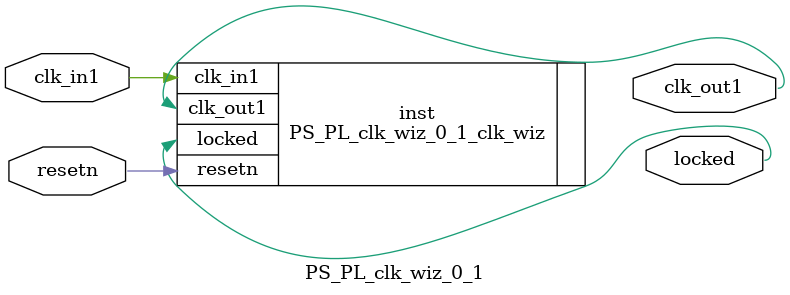
<source format=v>


`timescale 1ps/1ps

(* CORE_GENERATION_INFO = "PS_PL_clk_wiz_0_1,clk_wiz_v5_3_1,{component_name=PS_PL_clk_wiz_0_1,use_phase_alignment=true,use_min_o_jitter=false,use_max_i_jitter=false,use_dyn_phase_shift=false,use_inclk_switchover=false,use_dyn_reconfig=false,enable_axi=0,feedback_source=FDBK_AUTO,PRIMITIVE=MMCM,num_out_clk=1,clkin1_period=20.0,clkin2_period=10.0,use_power_down=false,use_reset=true,use_locked=true,use_inclk_stopped=false,feedback_type=SINGLE,CLOCK_MGR_TYPE=NA,manual_override=false}" *)

module PS_PL_clk_wiz_0_1 
 (
 // Clock in ports
  input         clk_in1,
  // Clock out ports
  output        clk_out1,
  // Status and control signals
  input         resetn,
  output        locked
 );

  PS_PL_clk_wiz_0_1_clk_wiz inst
  (
 // Clock in ports
  .clk_in1(clk_in1),
  // Clock out ports  
  .clk_out1(clk_out1),
  // Status and control signals               
  .resetn(resetn), 
  .locked(locked)            
  );

endmodule

</source>
